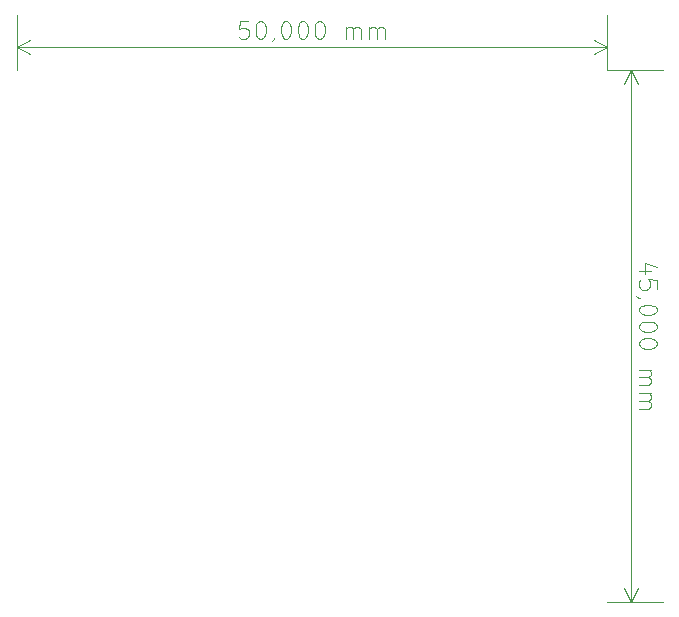
<source format=gbr>
G04 #@! TF.FileFunction,Drawing*
%FSLAX46Y46*%
G04 Gerber Fmt 4.6, Leading zero omitted, Abs format (unit mm)*
G04 Created by KiCad (PCBNEW (2015-04-05 BZR 5577)-product) date St 5. srpen 2015, 18:04:27 CEST*
%MOMM*%
G01*
G04 APERTURE LIST*
%ADD10C,0.100000*%
G04 APERTURE END LIST*
D10*
X219671429Y-108000001D02*
X218671429Y-108000001D01*
X220242857Y-107642858D02*
X219171429Y-107285715D01*
X219171429Y-108214287D01*
X220171429Y-109500001D02*
X220171429Y-108785715D01*
X219457143Y-108714286D01*
X219528571Y-108785715D01*
X219600000Y-108928572D01*
X219600000Y-109285715D01*
X219528571Y-109428572D01*
X219457143Y-109500001D01*
X219314286Y-109571429D01*
X218957143Y-109571429D01*
X218814286Y-109500001D01*
X218742857Y-109428572D01*
X218671429Y-109285715D01*
X218671429Y-108928572D01*
X218742857Y-108785715D01*
X218814286Y-108714286D01*
X218742857Y-110285714D02*
X218671429Y-110285714D01*
X218528571Y-110214286D01*
X218457143Y-110142857D01*
X220171429Y-111214286D02*
X220171429Y-111357143D01*
X220100000Y-111500000D01*
X220028571Y-111571429D01*
X219885714Y-111642858D01*
X219600000Y-111714286D01*
X219242857Y-111714286D01*
X218957143Y-111642858D01*
X218814286Y-111571429D01*
X218742857Y-111500000D01*
X218671429Y-111357143D01*
X218671429Y-111214286D01*
X218742857Y-111071429D01*
X218814286Y-111000000D01*
X218957143Y-110928572D01*
X219242857Y-110857143D01*
X219600000Y-110857143D01*
X219885714Y-110928572D01*
X220028571Y-111000000D01*
X220100000Y-111071429D01*
X220171429Y-111214286D01*
X220171429Y-112642857D02*
X220171429Y-112785714D01*
X220100000Y-112928571D01*
X220028571Y-113000000D01*
X219885714Y-113071429D01*
X219600000Y-113142857D01*
X219242857Y-113142857D01*
X218957143Y-113071429D01*
X218814286Y-113000000D01*
X218742857Y-112928571D01*
X218671429Y-112785714D01*
X218671429Y-112642857D01*
X218742857Y-112500000D01*
X218814286Y-112428571D01*
X218957143Y-112357143D01*
X219242857Y-112285714D01*
X219600000Y-112285714D01*
X219885714Y-112357143D01*
X220028571Y-112428571D01*
X220100000Y-112500000D01*
X220171429Y-112642857D01*
X220171429Y-114071428D02*
X220171429Y-114214285D01*
X220100000Y-114357142D01*
X220028571Y-114428571D01*
X219885714Y-114500000D01*
X219600000Y-114571428D01*
X219242857Y-114571428D01*
X218957143Y-114500000D01*
X218814286Y-114428571D01*
X218742857Y-114357142D01*
X218671429Y-114214285D01*
X218671429Y-114071428D01*
X218742857Y-113928571D01*
X218814286Y-113857142D01*
X218957143Y-113785714D01*
X219242857Y-113714285D01*
X219600000Y-113714285D01*
X219885714Y-113785714D01*
X220028571Y-113857142D01*
X220100000Y-113928571D01*
X220171429Y-114071428D01*
X218671429Y-116357142D02*
X219671429Y-116357142D01*
X219528571Y-116357142D02*
X219600000Y-116428570D01*
X219671429Y-116571428D01*
X219671429Y-116785713D01*
X219600000Y-116928570D01*
X219457143Y-116999999D01*
X218671429Y-116999999D01*
X219457143Y-116999999D02*
X219600000Y-117071428D01*
X219671429Y-117214285D01*
X219671429Y-117428570D01*
X219600000Y-117571428D01*
X219457143Y-117642856D01*
X218671429Y-117642856D01*
X218671429Y-118357142D02*
X219671429Y-118357142D01*
X219528571Y-118357142D02*
X219600000Y-118428570D01*
X219671429Y-118571428D01*
X219671429Y-118785713D01*
X219600000Y-118928570D01*
X219457143Y-118999999D01*
X218671429Y-118999999D01*
X219457143Y-118999999D02*
X219600000Y-119071428D01*
X219671429Y-119214285D01*
X219671429Y-119428570D01*
X219600000Y-119571428D01*
X219457143Y-119642856D01*
X218671429Y-119642856D01*
X218000000Y-91000000D02*
X218000000Y-136000000D01*
X216000000Y-91000000D02*
X220700000Y-91000000D01*
X216000000Y-136000000D02*
X220700000Y-136000000D01*
X218000000Y-136000000D02*
X217413579Y-134873496D01*
X218000000Y-136000000D02*
X218586421Y-134873496D01*
X218000000Y-91000000D02*
X217413579Y-92126504D01*
X218000000Y-91000000D02*
X218586421Y-92126504D01*
X185571430Y-86828571D02*
X184857144Y-86828571D01*
X184785715Y-87542857D01*
X184857144Y-87471429D01*
X185000001Y-87400000D01*
X185357144Y-87400000D01*
X185500001Y-87471429D01*
X185571430Y-87542857D01*
X185642858Y-87685714D01*
X185642858Y-88042857D01*
X185571430Y-88185714D01*
X185500001Y-88257143D01*
X185357144Y-88328571D01*
X185000001Y-88328571D01*
X184857144Y-88257143D01*
X184785715Y-88185714D01*
X186571429Y-86828571D02*
X186714286Y-86828571D01*
X186857143Y-86900000D01*
X186928572Y-86971429D01*
X187000001Y-87114286D01*
X187071429Y-87400000D01*
X187071429Y-87757143D01*
X187000001Y-88042857D01*
X186928572Y-88185714D01*
X186857143Y-88257143D01*
X186714286Y-88328571D01*
X186571429Y-88328571D01*
X186428572Y-88257143D01*
X186357143Y-88185714D01*
X186285715Y-88042857D01*
X186214286Y-87757143D01*
X186214286Y-87400000D01*
X186285715Y-87114286D01*
X186357143Y-86971429D01*
X186428572Y-86900000D01*
X186571429Y-86828571D01*
X187785714Y-88257143D02*
X187785714Y-88328571D01*
X187714286Y-88471429D01*
X187642857Y-88542857D01*
X188714286Y-86828571D02*
X188857143Y-86828571D01*
X189000000Y-86900000D01*
X189071429Y-86971429D01*
X189142858Y-87114286D01*
X189214286Y-87400000D01*
X189214286Y-87757143D01*
X189142858Y-88042857D01*
X189071429Y-88185714D01*
X189000000Y-88257143D01*
X188857143Y-88328571D01*
X188714286Y-88328571D01*
X188571429Y-88257143D01*
X188500000Y-88185714D01*
X188428572Y-88042857D01*
X188357143Y-87757143D01*
X188357143Y-87400000D01*
X188428572Y-87114286D01*
X188500000Y-86971429D01*
X188571429Y-86900000D01*
X188714286Y-86828571D01*
X190142857Y-86828571D02*
X190285714Y-86828571D01*
X190428571Y-86900000D01*
X190500000Y-86971429D01*
X190571429Y-87114286D01*
X190642857Y-87400000D01*
X190642857Y-87757143D01*
X190571429Y-88042857D01*
X190500000Y-88185714D01*
X190428571Y-88257143D01*
X190285714Y-88328571D01*
X190142857Y-88328571D01*
X190000000Y-88257143D01*
X189928571Y-88185714D01*
X189857143Y-88042857D01*
X189785714Y-87757143D01*
X189785714Y-87400000D01*
X189857143Y-87114286D01*
X189928571Y-86971429D01*
X190000000Y-86900000D01*
X190142857Y-86828571D01*
X191571428Y-86828571D02*
X191714285Y-86828571D01*
X191857142Y-86900000D01*
X191928571Y-86971429D01*
X192000000Y-87114286D01*
X192071428Y-87400000D01*
X192071428Y-87757143D01*
X192000000Y-88042857D01*
X191928571Y-88185714D01*
X191857142Y-88257143D01*
X191714285Y-88328571D01*
X191571428Y-88328571D01*
X191428571Y-88257143D01*
X191357142Y-88185714D01*
X191285714Y-88042857D01*
X191214285Y-87757143D01*
X191214285Y-87400000D01*
X191285714Y-87114286D01*
X191357142Y-86971429D01*
X191428571Y-86900000D01*
X191571428Y-86828571D01*
X193857142Y-88328571D02*
X193857142Y-87328571D01*
X193857142Y-87471429D02*
X193928570Y-87400000D01*
X194071428Y-87328571D01*
X194285713Y-87328571D01*
X194428570Y-87400000D01*
X194499999Y-87542857D01*
X194499999Y-88328571D01*
X194499999Y-87542857D02*
X194571428Y-87400000D01*
X194714285Y-87328571D01*
X194928570Y-87328571D01*
X195071428Y-87400000D01*
X195142856Y-87542857D01*
X195142856Y-88328571D01*
X195857142Y-88328571D02*
X195857142Y-87328571D01*
X195857142Y-87471429D02*
X195928570Y-87400000D01*
X196071428Y-87328571D01*
X196285713Y-87328571D01*
X196428570Y-87400000D01*
X196499999Y-87542857D01*
X196499999Y-88328571D01*
X196499999Y-87542857D02*
X196571428Y-87400000D01*
X196714285Y-87328571D01*
X196928570Y-87328571D01*
X197071428Y-87400000D01*
X197142856Y-87542857D01*
X197142856Y-88328571D01*
X166000000Y-89000000D02*
X216000000Y-89000000D01*
X166000000Y-91000000D02*
X166000000Y-86300000D01*
X216000000Y-91000000D02*
X216000000Y-86300000D01*
X216000000Y-89000000D02*
X214873496Y-89586421D01*
X216000000Y-89000000D02*
X214873496Y-88413579D01*
X166000000Y-89000000D02*
X167126504Y-89586421D01*
X166000000Y-89000000D02*
X167126504Y-88413579D01*
M02*

</source>
